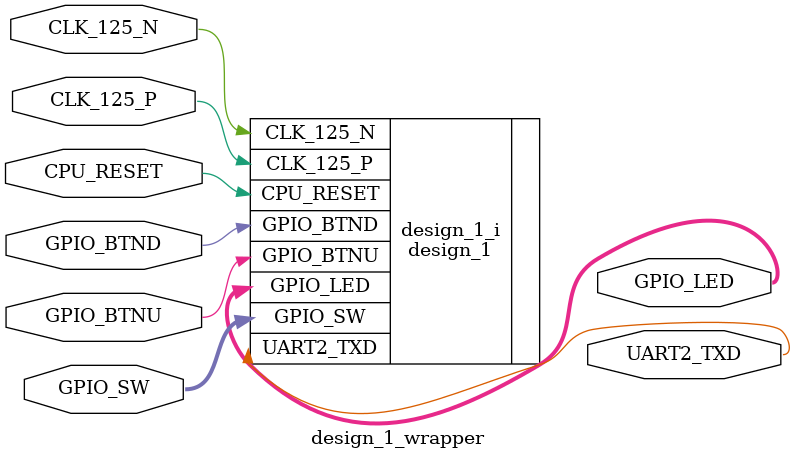
<source format=v>
`timescale 1 ps / 1 ps

module design_1_wrapper
   (CLK_125_N,
    CLK_125_P,
    CPU_RESET,
    GPIO_BTND,
    GPIO_BTNU,
    GPIO_LED,
    GPIO_SW,
    UART2_TXD);
  input CLK_125_N;
  input CLK_125_P;
  input CPU_RESET;
  input GPIO_BTND;
  input GPIO_BTNU;
  output [3:0]GPIO_LED;
  input [3:0]GPIO_SW;
  output UART2_TXD;

  wire CLK_125_N;
  wire CLK_125_P;
  wire CPU_RESET;
  wire GPIO_BTND;
  wire GPIO_BTNU;
  wire [3:0]GPIO_LED;
  wire [3:0]GPIO_SW;
  wire UART2_TXD;

  design_1 design_1_i
       (.CLK_125_N(CLK_125_N),
        .CLK_125_P(CLK_125_P),
        .CPU_RESET(CPU_RESET),
        .GPIO_BTND(GPIO_BTND),
        .GPIO_BTNU(GPIO_BTNU),
        .GPIO_LED(GPIO_LED),
        .GPIO_SW(GPIO_SW),
        .UART2_TXD(UART2_TXD));
endmodule

</source>
